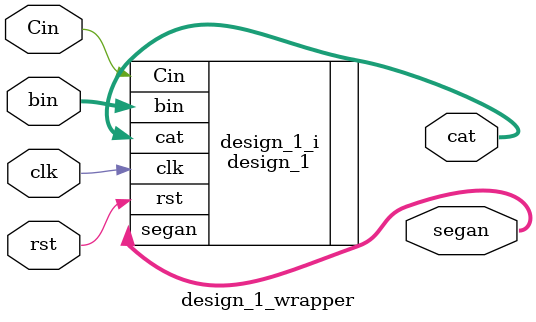
<source format=v>
`timescale 1 ps / 1 ps

module design_1_wrapper
   (Cin,
    bin,
    cat,
    clk,
    rst,
    segan);
  input Cin;
  input [7:0]bin;
  output [7:0]cat;
  input clk;
  input rst;
  output [3:0]segan;

  wire Cin;
  wire [7:0]bin;
  wire [7:0]cat;
  wire clk;
  wire rst;
  wire [3:0]segan;

  design_1 design_1_i
       (.Cin(Cin),
        .bin(bin),
        .cat(cat),
        .clk(clk),
        .rst(rst),
        .segan(segan));
endmodule

</source>
